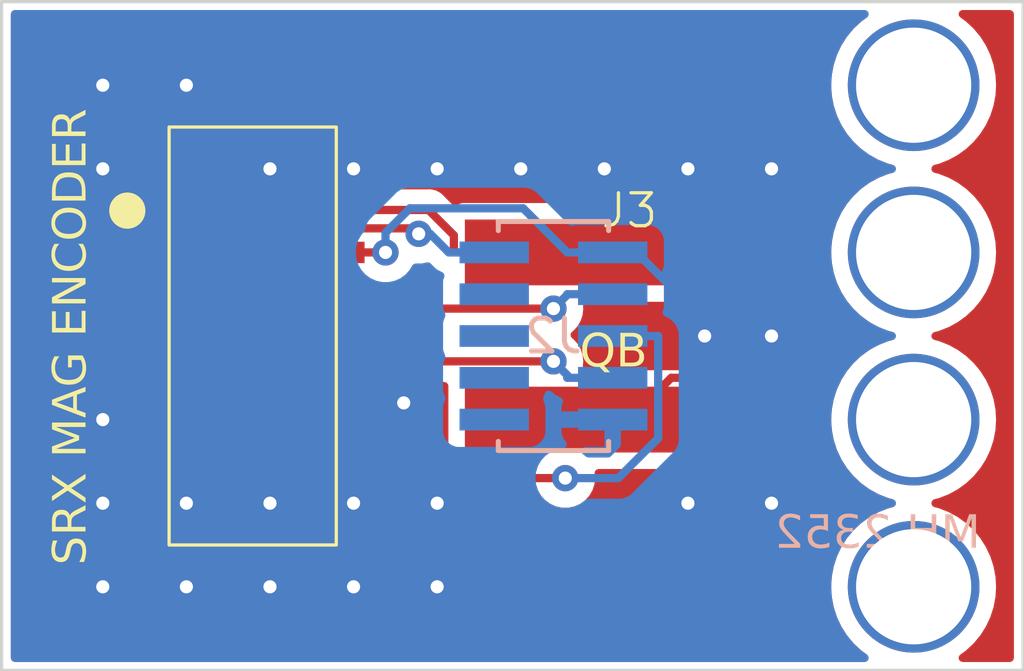
<source format=kicad_pcb>
(kicad_pcb (version 20221018) (generator pcbnew)
  (layers (0 "F.Cu" signal) (31 "B.Cu" signal) (34 "B.Paste" user) (35 "F.Paste" user) (36 "B.SilkS" user "B.Silkscreen") (37 "F.SilkS" user "F.Silkscreen") (38 "B.Mask" user) (39 "F.Mask" user) (44 "Edge.Cuts" user))
  (net 0 "")
  (net 1 "+3.3V")
  (net 2 "+5V")
  (net 4 "FLMT")
  (net 5 "QB")
  (net 7 "QA")
  (net 8 "RLMT")
  (net 9 "PWM")
  (net 10 "GND")
  (footprint "footprints:4 Solder Pads" (layer "F.Cu") (at 176.022 101.6)
    (fp_text reference "J3" (at 0 -3.81 unlocked) (layer "F.SilkS") (effects (font (thickness 0.1))))
    (fp_text value "Conn_01x04_Pin")
    (pad "1" smd rect (at 0 -7.62) (size 10 2) (layers "F.Cu" "F.Paste" "F.Mask") (net 7 "QA"))
    (pad "2" smd rect (at 0 -2.54) (size 10 2) (layers "F.Cu" "F.Paste" "F.Mask") (net 5 "QB"))
    (pad "3" smd rect (at 0 2.54) (size 10 2) (layers "F.Cu" "F.Paste" "F.Mask") (net 2 "+5V"))
    (pad "4" smd rect (at 0 7.62) (size 10 2) (layers "F.Cu" "F.Paste" "F.Mask") (net 10 "GND"))
  )
  (footprint "footprints:3220-10-0300-00" (layer "F.Cu") (at 164.575 101.6)
    (fp_text reference "J1" hide)
    (fp_text value "Conn_01x10_Pin" hide)
    (fp_rect (start -2.54 -6.35) (end 2.54 6.35) (stroke (width 0.1)) (fill none) (layer "F.SilkS"))
    (fp_circle (center -3.81 -3.81) (end -3.31 -3.81) (stroke (width 0.1)) (fill solid) (layer "F.SilkS"))
    (pad "1" smd rect (at -2.015 -2.54) (size 2.77 0.65) (layers "F.Cu" "F.Paste" "F.Mask") (net 1 "+3.3V"))
    (pad "2" smd rect (at 2.015 -2.54) (size 2.77 0.65) (layers "F.Cu" "F.Paste" "F.Mask") (net 2 "+5V"))
    (pad "3" smd rect (at -2.015 -1.27) (size 2.77 0.65) (layers "F.Cu" "F.Paste" "F.Mask"))
    (pad "4" smd rect (at 2.015 -1.27) (size 2.77 0.65) (layers "F.Cu" "F.Paste" "F.Mask") (net 4 "FLMT"))
    (pad "5" smd rect (at -2.015 0) (size 2.77 0.65) (layers "F.Cu" "F.Paste" "F.Mask") (net 5 "QB"))
    (pad "6" smd rect (at 2.015 0) (size 2.77 0.65) (layers "F.Cu" "F.Paste" "F.Mask"))
    (pad "7" smd rect (at -2.015 1.27) (size 2.77 0.65) (layers "F.Cu" "F.Paste" "F.Mask") (net 7 "QA"))
    (pad "8" smd rect (at 2.015 1.27) (size 2.77 0.65) (layers "F.Cu" "F.Paste" "F.Mask") (net 8 "RLMT"))
    (pad "9" smd rect (at -2.015 2.54) (size 2.77 0.65) (layers "F.Cu" "F.Paste" "F.Mask") (net 9 "PWM"))
    (pad "10" smd rect (at 2.015 2.54) (size 2.77 0.65) (layers "F.Cu" "F.Paste" "F.Mask") (net 10 "GND"))
  )
  (footprint "footprints:CONN10_M50-3120545_HRW" (layer "B.Cu") (at 173.714 101.6 180)
    (fp_text reference "J2" (at 0 0 unlocked) (layer "B.SilkS") (effects (justify mirror)))
    (fp_text value "Conn_01x10_Pin")
    (fp_line (start -1.6764 -3.4798) (end 1.6764 -3.4798) (stroke (width 0.1524)) (layer "B.SilkS"))
    (fp_line (start -1.6764 -3.20294) (end -1.6764 -3.4798) (stroke (width 0.1524)) (layer "B.SilkS"))
    (fp_line (start -1.6764 3.4798) (end -1.6764 3.20294) (stroke (width 0.1524)) (layer "B.SilkS"))
    (fp_line (start 1.6764 -3.4798) (end 1.6764 -3.20294) (stroke (width 0.1524)) (layer "B.SilkS"))
    (fp_line (start 1.6764 3.20294) (end 1.6764 3.4798) (stroke (width 0.1524)) (layer "B.SilkS"))
    (fp_line (start 1.6764 3.4798) (end -1.6764 3.4798) (stroke (width 0.1524)) (layer "B.SilkS"))
    (pad "1" smd rect (at 1.799999 2.54 180) (size 2.1082 0.6604) (layers "B.Cu" "B.Paste" "B.Mask") (net 1 "+3.3V"))
    (pad "2" smd rect (at -1.799999 2.54 180) (size 2.1082 0.6604) (layers "B.Cu" "B.Paste" "B.Mask") (net 2 "+5V"))
    (pad "3" smd rect (at 1.799999 1.27 180) (size 2.1082 0.6604) (layers "B.Cu" "B.Paste" "B.Mask"))
    (pad "4" smd rect (at -1.799999 1.27 180) (size 2.1082 0.6604) (layers "B.Cu" "B.Paste" "B.Mask") (net 4 "FLMT"))
    (pad "5" smd rect (at 1.799999 0 180) (size 2.1082 0.6604) (layers "B.Cu" "B.Paste" "B.Mask"))
    (pad "6" smd rect (at -1.799999 0 180) (size 2.1082 0.6604) (layers "B.Cu" "B.Paste" "B.Mask") (net 9 "PWM"))
    (pad "7" smd rect (at 1.799999 -1.27 180) (size 2.1082 0.6604) (layers "B.Cu" "B.Paste" "B.Mask"))
    (pad "8" smd rect (at -1.799999 -1.27 180) (size 2.1082 0.6604) (layers "B.Cu" "B.Paste" "B.Mask") (net 8 "RLMT"))
    (pad "9" smd rect (at 1.799999 -2.54 180) (size 2.1082 0.6604) (layers "B.Cu" "B.Paste" "B.Mask"))
    (pad "10" smd rect (at -1.799999 -2.54 180) (size 2.1082 0.6604) (layers "B.Cu" "B.Paste" "B.Mask") (net 10 "GND"))
  )
  (gr_rect (start 156.9466 91.44) (end 187.9854 111.76) (stroke (width 0.1)) (fill none) (layer "Edge.Cuts"))
  (gr_text "MH 2352" (at 186.69 108.204) (layer "B.SilkS") (effects (font (size 1 1)) (justify left bottom mirror)))
  (gr_text "QB" (at 175.5394 102.108) (layer "F.SilkS") (effects (font (size 1 1) (thickness 0.1))))
  (gr_text "SRX MAG ENCODER" (at 159.0802 101.6254 90) (layer "F.SilkS") (effects (font (size 1 1) (thickness 0.1))))
  (via (at 184.658 99.06) (size 4) (drill 3.5) (layers "F.Cu" "B.Cu") (net 0))
  (via (at 184.658 104.14) (size 4) (drill 3.5) (layers "F.Cu" "B.Cu") (net 0))
  (via (at 184.658 109.22) (size 4) (drill 3.5) (layers "F.Cu" "B.Cu") (net 0))
  (via (at 184.658 93.98) (size 4) (drill 3.5) (layers "F.Cu" "B.Cu") (net 0))
  (segment (start 165.0032 98.3287) (end 164.2719 99.06) (width 0.25) (layer "F.Cu") (net 1))
  (segment (start 169.4517 98.3287) (end 165.0032 98.3287) (width 0.25) (layer "F.Cu") (net 1))
  (segment (start 162.56 99.06) (end 164.2719 99.06) (width 0.25) (layer "F.Cu") (net 1))
  (segment (start 169.6181 98.4951) (end 169.4517 98.3287) (width 0.25) (layer "F.Cu") (net 1))
  (via (at 169.6181 98.4951) (size 0.8) (drill 0.4) (layers "F.Cu" "B.Cu") (net 1))
  (segment (start 171.914 99.06) (end 170.533 99.06) (width 0.25) (layer "B.Cu") (net 1))
  (segment (start 169.9681 98.4951) (end 169.6181 98.4951) (width 0.25) (layer "B.Cu") (net 1))
  (segment (start 170.533 99.06) (end 169.9681 98.4951) (width 0.25) (layer "B.Cu") (net 1))
  (segment (start 177.292 102.87) (end 176.022 104.14) (width 0.25) (layer "F.Cu") (net 2))
  (segment (start 178.308 102.87) (end 177.292 102.87) (width 0.25) (layer "F.Cu") (net 2))
  (segment (start 178.308 101.6) (end 178.308 102.87) (width 0.25) (layer "F.Cu") (net 2))
  (segment (start 166.59 99.06) (end 168.6109 99.06) (width 0.25) (layer "F.Cu") (net 2))
  (via (at 168.6109 99.06) (size 0.8) (drill 0.4) (layers "F.Cu" "B.Cu") (net 2))
  (via (at 178.308 101.6) (size 0.8) (drill 0.4) (layers "F.Cu" "B.Cu") (net 2))
  (segment (start 175.514 99.06) (end 174.133 99.06) (width 0.25) (layer "B.Cu") (net 2))
  (segment (start 174.133 99.06) (end 172.7928 97.7198) (width 0.25) (layer "B.Cu") (net 2))
  (segment (start 175.513999 99.06) (end 176.237899 99.06) (width 0.25) (layer "B.Cu") (net 2))
  (segment (start 169.3544 97.7198) (end 168.6109 98.4633) (width 0.25) (layer "B.Cu") (net 2))
  (segment (start 168.6109 98.4633) (end 168.6109 99.06) (width 0.25) (layer "B.Cu") (net 2))
  (segment (start 178.308 101.130101) (end 178.308 101.6) (width 0.25) (layer "B.Cu") (net 2))
  (segment (start 172.7928 97.7198) (end 169.3544 97.7198) (width 0.25) (layer "B.Cu") (net 2))
  (segment (start 176.237899 99.06) (end 178.308 101.130101) (width 0.25) (layer "B.Cu") (net 2))
  (segment (start 168.7394 100.7675) (end 173.714 100.7675) (width 0.25) (layer "F.Cu") (net 4))
  (segment (start 166.59 100.33) (end 168.3019 100.33) (width 0.25) (layer "F.Cu") (net 4))
  (segment (start 168.3019 100.33) (end 168.7394 100.7675) (width 0.25) (layer "F.Cu") (net 4))
  (via (at 173.714 100.7675) (size 0.8) (drill 0.4) (layers "F.Cu" "B.Cu") (net 4))
  (segment (start 175.514 100.33) (end 174.133 100.33) (width 0.25) (layer "B.Cu") (net 4))
  (segment (start 174.133 100.3485) (end 174.133 100.33) (width 0.25) (layer "B.Cu") (net 4))
  (segment (start 173.714 100.7675) (end 174.133 100.3485) (width 0.25) (layer "B.Cu") (net 4))
  (segment (start 170.688 98.539695) (end 170.688 99.06) (width 0.25) (layer "F.Cu") (net 5))
  (segment (start 160.85 100.95) (end 160.85 98.484) (width 0.25) (layer "F.Cu") (net 5))
  (segment (start 162.56 101.6) (end 161.5 101.6) (width 0.25) (layer "F.Cu") (net 5))
  (segment (start 161.5 101.6) (end 160.85 100.95) (width 0.25) (layer "F.Cu") (net 5))
  (segment (start 170.688 99.06) (end 176.022 99.06) (width 0.25) (layer "F.Cu") (net 5))
  (segment (start 161.5639 97.7701) (end 169.918405 97.7701) (width 0.25) (layer "F.Cu") (net 5))
  (segment (start 169.918405 97.7701) (end 170.688 98.539695) (width 0.25) (layer "F.Cu") (net 5))
  (segment (start 160.85 98.484) (end 161.5639 97.7701) (width 0.25) (layer "F.Cu") (net 5))
  (segment (start 161.5 102.87) (end 160.4 101.77) (width 0.25) (layer "F.Cu") (net 7))
  (segment (start 160.4 101.77) (end 160.4 98.172) (width 0.25) (layer "F.Cu") (net 7))
  (segment (start 162.56 102.87) (end 161.5 102.87) (width 0.25) (layer "F.Cu") (net 7))
  (segment (start 160.4 98.172) (end 164.592 93.98) (width 0.25) (layer "F.Cu") (net 7))
  (segment (start 164.592 93.98) (end 176.022 93.98) (width 0.25) (layer "F.Cu") (net 7))
  (segment (start 166.59 102.87) (end 168.3019 102.87) (width 0.25) (layer "F.Cu") (net 8))
  (segment (start 168.8019 102.37) (end 173.714 102.37) (width 0.25) (layer "F.Cu") (net 8))
  (segment (start 168.3019 102.87) (end 168.8019 102.37) (width 0.25) (layer "F.Cu") (net 8))
  (via (at 173.714 102.37) (size 0.8) (drill 0.4) (layers "F.Cu" "B.Cu") (net 8))
  (segment (start 175.514 102.87) (end 174.133 102.87) (width 0.25) (layer "B.Cu") (net 8))
  (segment (start 173.714 102.37) (end 174.133 102.789) (width 0.25) (layer "B.Cu") (net 8))
  (segment (start 174.133 102.789) (end 174.133 102.87) (width 0.25) (layer "B.Cu") (net 8))
  (segment (start 164.2719 104.14) (end 162.56 104.14) (width 0.25) (layer "F.Cu") (net 9))
  (segment (start 164.2719 104.7791) (end 164.2719 104.14) (width 0.25) (layer "F.Cu") (net 9))
  (segment (start 174.0718 105.918) (end 165.4108 105.918) (width 0.25) (layer "F.Cu") (net 9))
  (segment (start 165.4108 105.918) (end 164.2719 104.7791) (width 0.25) (layer "F.Cu") (net 9))
  (via (at 174.0718 105.918) (size 0.8) (drill 0.4) (layers "F.Cu" "B.Cu") (net 9))
  (segment (start 176.895 104.7066) (end 176.895 101.6) (width 0.25) (layer "B.Cu") (net 9))
  (segment (start 175.6836 105.918) (end 176.895 104.7066) (width 0.25) (layer "B.Cu") (net 9))
  (segment (start 174.0718 105.918) (end 175.6836 105.918) (width 0.25) (layer "B.Cu") (net 9))
  (segment (start 176.895 101.6) (end 175.514 101.6) (width 0.25) (layer "B.Cu") (net 9))
  (segment (start 166.59 104.14) (end 168.656 104.14) (width 0.25) (layer "F.Cu") (net 10))
  (segment (start 168.656 104.14) (end 169.164 103.632) (width 0.25) (layer "F.Cu") (net 10))
  (via (at 165.1 109.22) (size 0.8) (drill 0.4) (layers "F.Cu" "B.Cu") (net 10))
  (via (at 175.26 96.52) (size 0.8) (drill 0.4) (layers "F.Cu" "B.Cu") (net 10))
  (via (at 162.56 93.98) (size 0.8) (drill 0.4) (layers "F.Cu" "B.Cu") (net 10))
  (via (at 160.02 106.68) (size 0.8) (drill 0.4) (layers "F.Cu" "B.Cu") (net 10))
  (via (at 180.34 96.52) (size 0.8) (drill 0.4) (layers "F.Cu" "B.Cu") (net 10))
  (via (at 167.64 109.22) (size 0.8) (drill 0.4) (layers "F.Cu" "B.Cu") (net 10))
  (via (at 180.34 106.68) (size 0.8) (drill 0.4) (layers "F.Cu" "B.Cu") (net 10))
  (via (at 170.18 106.68) (size 0.8) (drill 0.4) (layers "F.Cu" "B.Cu") (net 10))
  (via (at 169.164 103.632) (size 0.8) (drill 0.4) (layers "F.Cu" "B.Cu") (net 10))
  (via (at 167.64 96.52) (size 0.8) (drill 0.4) (layers "F.Cu" "B.Cu") (net 10))
  (via (at 180.34 101.6) (size 0.8) (drill 0.4) (layers "F.Cu" "B.Cu") (net 10))
  (via (at 160.02 96.52) (size 0.8) (drill 0.4) (layers "F.Cu" "B.Cu") (net 10))
  (via (at 165.1 96.52) (size 0.8) (drill 0.4) (layers "F.Cu" "B.Cu") (net 10))
  (via (at 177.8 106.68) (size 0.8) (drill 0.4) (layers "F.Cu" "B.Cu") (net 10))
  (via (at 170.18 109.22) (size 0.8) (drill 0.4) (layers "F.Cu" "B.Cu") (net 10))
  (via (at 162.56 106.68) (size 0.8) (drill 0.4) (layers "F.Cu" "B.Cu") (net 10))
  (via (at 165.1 106.68) (size 0.8) (drill 0.4) (layers "F.Cu" "B.Cu") (net 10))
  (via (at 160.02 109.22) (size 0.8) (drill 0.4) (layers "F.Cu" "B.Cu") (net 10))
  (via (at 177.8 96.52) (size 0.8) (drill 0.4) (layers "F.Cu" "B.Cu") (net 10))
  (via (at 172.72 96.52) (size 0.8) (drill 0.4) (layers "F.Cu" "B.Cu") (net 10))
  (via (at 160.02 104.14) (size 0.8) (drill 0.4) (layers "F.Cu" "B.Cu") (net 10))
  (via (at 160.02 93.98) (size 0.8) (drill 0.4) (layers "F.Cu" "B.Cu") (net 10))
  (via (at 170.18 96.52) (size 0.8) (drill 0.4) (layers "F.Cu" "B.Cu") (net 10))
  (via (at 167.64 106.68) (size 0.8) (drill 0.4) (layers "F.Cu" "B.Cu") (net 10))
  (via (at 162.56 109.22) (size 0.8) (drill 0.4) (layers "F.Cu" "B.Cu") (net 10))
  (zone (net 10) (net_name "GND") (layer "F.Cu") (connect_pads (clearance 0.5)) (min_thickness 0.25) (fill yes (thermal_gap 0.5) (thermal_bridge_width 0.5) (island_removal_mode 2) (island_area_min 10))
    (polygon (pts (xy 187.706 91.694) (xy 157.226 91.694) (xy 157.226 111.506) (xy 187.706 111.506)))
  )
  (zone (net 10) (net_name "GND") (layer "B.Cu") (priority 1) (connect_pads (clearance 0.5)) (min_thickness 0.25) (fill yes (thermal_gap 0.5) (thermal_bridge_width 0.5))
    (polygon (pts (xy 187.706 91.694) (xy 187.706 111.506) (xy 157.226 111.506) (xy 157.226 91.694)))
  )
)
</source>
